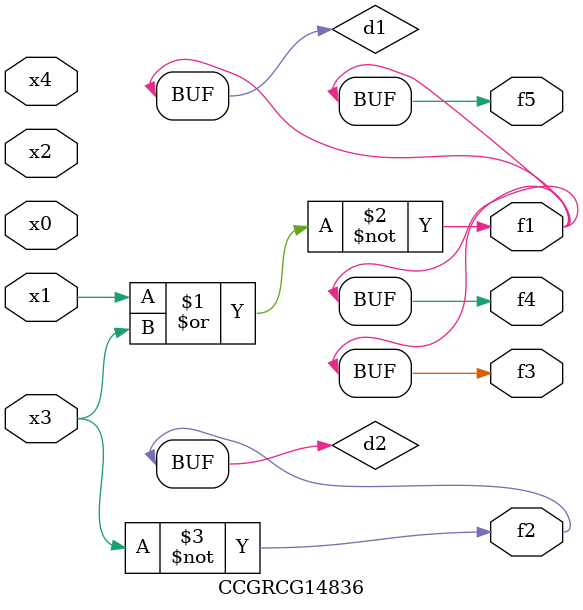
<source format=v>
module CCGRCG14836(
	input x0, x1, x2, x3, x4,
	output f1, f2, f3, f4, f5
);

	wire d1, d2;

	nor (d1, x1, x3);
	not (d2, x3);
	assign f1 = d1;
	assign f2 = d2;
	assign f3 = d1;
	assign f4 = d1;
	assign f5 = d1;
endmodule

</source>
